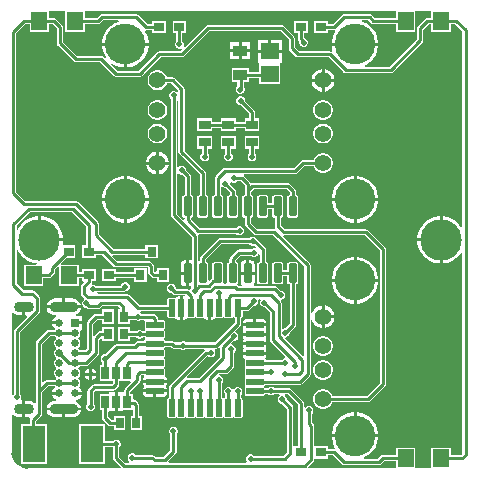
<source format=gtl>
G04*
G04 #@! TF.GenerationSoftware,Altium Limited,Altium Designer,21.0.9 (235)*
G04*
G04 Layer_Physical_Order=1*
G04 Layer_Color=255*
%FSLAX25Y25*%
%MOIN*%
G70*
G04*
G04 #@! TF.SameCoordinates,DF5498ED-4C10-4E6D-B319-6E78A4A4F47C*
G04*
G04*
G04 #@! TF.FilePolarity,Positive*
G04*
G01*
G75*
%ADD13C,0.01000*%
%ADD15R,0.04749X0.03765*%
%ADD21R,0.03543X0.03150*%
%ADD25R,0.07700X0.12400*%
%ADD31C,0.02559*%
%ADD32R,0.02559X0.02559*%
G04:AMPARAMS|DCode=33|XSize=35.43mil|YSize=94.49mil|CornerRadius=17.72mil|HoleSize=0mil|Usage=FLASHONLY|Rotation=270.000|XOffset=0mil|YOffset=0mil|HoleType=Round|Shape=RoundedRectangle|*
%AMROUNDEDRECTD33*
21,1,0.03543,0.05906,0,0,270.0*
21,1,0.00000,0.09449,0,0,270.0*
1,1,0.03543,-0.02953,0.00000*
1,1,0.03543,-0.02953,0.00000*
1,1,0.03543,0.02953,0.00000*
1,1,0.03543,0.02953,0.00000*
%
%ADD33ROUNDEDRECTD33*%
G04:AMPARAMS|DCode=34|XSize=35.43mil|YSize=66.93mil|CornerRadius=17.72mil|HoleSize=0mil|Usage=FLASHONLY|Rotation=270.000|XOffset=0mil|YOffset=0mil|HoleType=Round|Shape=RoundedRectangle|*
%AMROUNDEDRECTD34*
21,1,0.03543,0.03150,0,0,270.0*
21,1,0.00000,0.06693,0,0,270.0*
1,1,0.03543,-0.01575,0.00000*
1,1,0.03543,-0.01575,0.00000*
1,1,0.03543,0.01575,0.00000*
1,1,0.03543,0.01575,0.00000*
%
%ADD34ROUNDEDRECTD34*%
%ADD36R,0.05906X0.05512*%
%ADD37R,0.02559X0.04331*%
%ADD38R,0.02756X0.03543*%
%ADD39R,0.03937X0.03150*%
%ADD40R,0.03150X0.03543*%
%ADD41R,0.05512X0.05906*%
G04:AMPARAMS|DCode=42|XSize=25.59mil|YSize=64.96mil|CornerRadius=1.92mil|HoleSize=0mil|Usage=FLASHONLY|Rotation=180.000|XOffset=0mil|YOffset=0mil|HoleType=Round|Shape=RoundedRectangle|*
%AMROUNDEDRECTD42*
21,1,0.02559,0.06112,0,0,180.0*
21,1,0.02175,0.06496,0,0,180.0*
1,1,0.00384,-0.01088,0.03056*
1,1,0.00384,0.01088,0.03056*
1,1,0.00384,0.01088,-0.03056*
1,1,0.00384,-0.01088,-0.03056*
%
%ADD42ROUNDEDRECTD42*%
%ADD43R,0.03150X0.03740*%
G04:AMPARAMS|DCode=44|XSize=21.65mil|YSize=57.09mil|CornerRadius=1.95mil|HoleSize=0mil|Usage=FLASHONLY|Rotation=0.000|XOffset=0mil|YOffset=0mil|HoleType=Round|Shape=RoundedRectangle|*
%AMROUNDEDRECTD44*
21,1,0.02165,0.05319,0,0,0.0*
21,1,0.01776,0.05709,0,0,0.0*
1,1,0.00390,0.00888,-0.02659*
1,1,0.00390,-0.00888,-0.02659*
1,1,0.00390,-0.00888,0.02659*
1,1,0.00390,0.00888,0.02659*
%
%ADD44ROUNDEDRECTD44*%
G04:AMPARAMS|DCode=45|XSize=21.65mil|YSize=57.09mil|CornerRadius=1.95mil|HoleSize=0mil|Usage=FLASHONLY|Rotation=90.000|XOffset=0mil|YOffset=0mil|HoleType=Round|Shape=RoundedRectangle|*
%AMROUNDEDRECTD45*
21,1,0.02165,0.05319,0,0,90.0*
21,1,0.01776,0.05709,0,0,90.0*
1,1,0.00390,0.02659,0.00888*
1,1,0.00390,0.02659,-0.00888*
1,1,0.00390,-0.02659,-0.00888*
1,1,0.00390,-0.02659,0.00888*
%
%ADD45ROUNDEDRECTD45*%
%ADD46C,0.13780*%
%ADD47C,0.05591*%
%ADD48C,0.13583*%
%ADD49C,0.01968*%
G36*
X142413Y152693D02*
X141142D01*
X140752Y152615D01*
X140421Y152394D01*
X137960Y149934D01*
X137739Y149603D01*
X137662Y149213D01*
Y145599D01*
X128416Y136354D01*
X120273D01*
X120173Y136854D01*
X120698Y137072D01*
X121975Y137925D01*
X123060Y139010D01*
X123913Y140286D01*
X124500Y141704D01*
X124799Y143209D01*
Y143476D01*
X117008D01*
X109216D01*
Y143209D01*
X109497Y141797D01*
X109305Y141601D01*
X109066Y141484D01*
X109052Y141493D01*
X108661Y141571D01*
X98454D01*
X96886Y143139D01*
Y146063D01*
X96808Y146453D01*
X96587Y146784D01*
X93339Y150032D01*
X93008Y150253D01*
X92618Y150331D01*
X68012D01*
X67622Y150253D01*
X67291Y150032D01*
X60228Y142969D01*
X59804Y143252D01*
X59949Y143602D01*
Y144193D01*
X59723Y144738D01*
X59484Y144977D01*
Y147531D01*
X60736D01*
Y151681D01*
X56193D01*
Y147531D01*
X57445D01*
Y144977D01*
X57206Y144738D01*
X56980Y144193D01*
Y143602D01*
X57206Y143057D01*
X57624Y142639D01*
X58169Y142413D01*
X58760D01*
X59110Y142559D01*
X59394Y142135D01*
X58830Y141571D01*
X51772D01*
X51381Y141493D01*
X51051Y141272D01*
X44952Y135173D01*
X37725D01*
X35716Y137183D01*
X36035Y137571D01*
X36782Y137072D01*
X38200Y136485D01*
X39705Y136185D01*
X39972D01*
Y143476D01*
X32681D01*
Y143209D01*
X32980Y141704D01*
X33568Y140286D01*
X34067Y139539D01*
X33679Y139220D01*
X33201Y139697D01*
X32871Y139918D01*
X32480Y139996D01*
X24340D01*
X19720Y144615D01*
Y149606D01*
X19643Y149996D01*
X19422Y150327D01*
X17453Y152296D01*
X17122Y152517D01*
X16732Y152594D01*
X15067D01*
Y154963D01*
X20366D01*
Y148122D01*
X26878D01*
Y150555D01*
X31299D01*
X31689Y150633D01*
X32020Y150854D01*
X33099Y151933D01*
X38064D01*
X38200Y151468D01*
X36782Y150881D01*
X35506Y150028D01*
X34420Y148943D01*
X33568Y147667D01*
X32980Y146249D01*
X32681Y144744D01*
Y144476D01*
X40472D01*
X48264D01*
Y144744D01*
X47964Y146249D01*
X47377Y147667D01*
X47051Y148154D01*
X47352Y148604D01*
X47441Y148587D01*
X49500D01*
Y147531D01*
X54043D01*
Y151681D01*
X49500D01*
Y150626D01*
X47863D01*
X44815Y153674D01*
X44485Y153895D01*
X44094Y153972D01*
X32677D01*
X32287Y153895D01*
X31956Y153674D01*
X30877Y152594D01*
X26878D01*
Y154963D01*
X130602D01*
Y152693D01*
X123552D01*
X122571Y153674D01*
X122241Y153895D01*
X121850Y153972D01*
X113484D01*
X113094Y153895D01*
X112763Y153674D01*
X109715Y150626D01*
X107980D01*
Y151681D01*
X103437D01*
Y147531D01*
X107980D01*
Y148587D01*
X110117D01*
X110170Y148533D01*
X110414Y148132D01*
X110103Y147667D01*
X109516Y146249D01*
X109216Y144744D01*
Y144476D01*
X117008D01*
X124799D01*
Y144744D01*
X124500Y146249D01*
X123913Y147667D01*
X123060Y148943D01*
X121975Y150028D01*
X120698Y150881D01*
X119281Y151468D01*
X119416Y151933D01*
X121428D01*
X122409Y150952D01*
X122740Y150731D01*
X123130Y150654D01*
X130602D01*
Y148122D01*
X137114D01*
Y154963D01*
X142413D01*
Y152693D01*
D02*
G37*
G36*
Y148122D02*
X148925D01*
Y150555D01*
X150365D01*
X152819Y148101D01*
Y142323D01*
Y83141D01*
X152319Y82989D01*
X151798Y83770D01*
X150699Y84869D01*
X149407Y85732D01*
X147971Y86327D01*
X146446Y86630D01*
X146169D01*
Y78740D01*
Y70850D01*
X146446D01*
X147971Y71154D01*
X149407Y71748D01*
X150699Y72612D01*
X151798Y73711D01*
X152319Y74491D01*
X152819Y74339D01*
Y7411D01*
X152334Y6925D01*
X148925D01*
Y9358D01*
X142413D01*
Y2517D01*
X137114D01*
Y9358D01*
X130602D01*
Y6925D01*
X126181D01*
X125791Y6848D01*
X125460Y6627D01*
X124578Y5744D01*
X119940D01*
X119841Y6244D01*
X120698Y6599D01*
X121975Y7452D01*
X123060Y8537D01*
X123913Y9813D01*
X124500Y11231D01*
X124799Y12737D01*
Y13004D01*
X117008D01*
X109216D01*
Y12737D01*
X109516Y11231D01*
X110103Y9813D01*
X110414Y9348D01*
X110170Y8947D01*
X110117Y8894D01*
X107980D01*
Y9949D01*
X103480D01*
Y16535D01*
X103403Y16926D01*
X103182Y17256D01*
X102693Y17745D01*
Y20771D01*
X102931Y21010D01*
X103157Y21555D01*
Y22146D01*
X102931Y22691D01*
X102514Y23109D01*
X101969Y23335D01*
X101378D01*
X100832Y23109D01*
X100535Y22812D01*
X100035Y22982D01*
Y24311D01*
X99958Y24701D01*
X99737Y25032D01*
X95701Y29067D01*
X95371Y29288D01*
X94980Y29366D01*
X90154D01*
X89916Y29605D01*
X89370Y29831D01*
X88780D01*
X88234Y29605D01*
X87995Y29366D01*
X86905D01*
X86877Y29505D01*
X86723Y29735D01*
Y30052D01*
X87039Y30476D01*
X98721D01*
X99111Y30554D01*
X99441Y30775D01*
X101902Y33236D01*
X102123Y33566D01*
X102201Y33957D01*
Y51997D01*
X102701Y52063D01*
X102802Y51685D01*
X103302Y50819D01*
X104008Y50113D01*
X104874Y49613D01*
X105839Y49354D01*
Y53150D01*
Y56945D01*
X104874Y56686D01*
X104008Y56187D01*
X103302Y55480D01*
X102802Y54615D01*
X102701Y54237D01*
X102201Y54302D01*
Y70177D01*
X102123Y70567D01*
X101902Y70898D01*
X93109Y79691D01*
X93151Y79899D01*
X93326Y80181D01*
X120345D01*
X125358Y75168D01*
Y31033D01*
X120936Y26610D01*
X109477D01*
X109409Y26862D01*
X108976Y27614D01*
X108362Y28227D01*
X107610Y28661D01*
X106772Y28886D01*
X105905D01*
X105067Y28661D01*
X104315Y28227D01*
X103702Y27614D01*
X103268Y26862D01*
X103043Y26024D01*
Y25157D01*
X103268Y24319D01*
X103702Y23567D01*
X104315Y22954D01*
X105067Y22520D01*
X105905Y22295D01*
X106772D01*
X107610Y22520D01*
X108362Y22954D01*
X108976Y23567D01*
X109409Y24319D01*
X109477Y24571D01*
X121358D01*
X121748Y24649D01*
X122079Y24870D01*
X127099Y29889D01*
X127320Y30220D01*
X127398Y30610D01*
Y75590D01*
X127320Y75981D01*
X127099Y76311D01*
X121489Y81922D01*
X121158Y82143D01*
X120768Y82220D01*
X93631D01*
X92260Y83592D01*
Y86101D01*
X92328D01*
X92598Y86154D01*
X92827Y86307D01*
X92980Y86536D01*
X93033Y86806D01*
Y92918D01*
X92980Y93188D01*
X92827Y93417D01*
X92598Y93570D01*
X92328Y93624D01*
X90153D01*
X89883Y93570D01*
X89654Y93417D01*
X89501Y93188D01*
X89447Y92918D01*
Y90882D01*
X88033D01*
Y92918D01*
X87980Y93188D01*
X87827Y93417D01*
X87598Y93570D01*
X87328Y93624D01*
X85153D01*
X84883Y93570D01*
X84654Y93417D01*
X84501Y93188D01*
X84447Y92918D01*
Y86806D01*
X84501Y86536D01*
X84654Y86307D01*
X84883Y86154D01*
X85153Y86101D01*
X87328D01*
X87598Y86154D01*
X87827Y86307D01*
X87980Y86536D01*
X88033Y86806D01*
Y88843D01*
X89447D01*
Y86806D01*
X89501Y86536D01*
X89654Y86307D01*
X89883Y86154D01*
X90153Y86101D01*
X90221D01*
Y83169D01*
X90298Y82779D01*
X90357Y82690D01*
X90246Y82428D01*
X90070Y82220D01*
X84379D01*
X82260Y84340D01*
Y86101D01*
X82328D01*
X82598Y86154D01*
X82827Y86307D01*
X82980Y86536D01*
X83033Y86806D01*
Y92918D01*
X82980Y93188D01*
X82827Y93417D01*
X82598Y93570D01*
X82328Y93624D01*
X82260D01*
Y94794D01*
X83198Y95732D01*
X94164D01*
X95221Y94676D01*
Y93624D01*
X95153D01*
X94883Y93570D01*
X94654Y93417D01*
X94501Y93188D01*
X94447Y92918D01*
Y86806D01*
X94501Y86536D01*
X94654Y86307D01*
X94883Y86154D01*
X95153Y86101D01*
X97328D01*
X97598Y86154D01*
X97827Y86307D01*
X97979Y86536D01*
X98033Y86806D01*
Y92918D01*
X97979Y93188D01*
X97827Y93417D01*
X97598Y93570D01*
X97328Y93624D01*
X97260D01*
Y95098D01*
X97182Y95489D01*
X96961Y95819D01*
X95308Y97473D01*
X94977Y97694D01*
X94587Y97772D01*
X82776D01*
X82677Y97752D01*
X82370Y97706D01*
X81961Y98008D01*
X79937Y100032D01*
X79903Y100055D01*
X80054Y100555D01*
X96949D01*
X97339Y100633D01*
X97670Y100854D01*
X100127Y103311D01*
X103200D01*
X103268Y103059D01*
X103702Y102307D01*
X104315Y101694D01*
X105067Y101260D01*
X105905Y101035D01*
X106772D01*
X107610Y101260D01*
X108362Y101694D01*
X108976Y102307D01*
X109409Y103059D01*
X109634Y103897D01*
Y104764D01*
X109409Y105603D01*
X108976Y106354D01*
X108362Y106968D01*
X107610Y107401D01*
X106772Y107626D01*
X105905D01*
X105067Y107401D01*
X104315Y106968D01*
X103702Y106354D01*
X103268Y105603D01*
X103200Y105350D01*
X99705D01*
X99314Y105273D01*
X98984Y105052D01*
X96526Y102594D01*
X73524D01*
X73133Y102517D01*
X72803Y102296D01*
X70519Y100012D01*
X70298Y99682D01*
X70221Y99291D01*
Y93624D01*
X70153D01*
X69883Y93570D01*
X69654Y93417D01*
X69501Y93188D01*
X69447Y92918D01*
Y86806D01*
X69501Y86536D01*
X69654Y86307D01*
X69883Y86154D01*
X70153Y86101D01*
X72328D01*
X72598Y86154D01*
X72827Y86307D01*
X72979Y86536D01*
X73033Y86806D01*
Y92918D01*
X72979Y93188D01*
X72827Y93417D01*
X72598Y93570D01*
X72328Y93624D01*
X72260D01*
Y96194D01*
X72760Y96401D01*
X72978Y96183D01*
X73524Y95957D01*
X73861D01*
X75221Y94597D01*
Y93624D01*
X75153D01*
X74883Y93570D01*
X74654Y93417D01*
X74501Y93188D01*
X74447Y92918D01*
Y86806D01*
X74501Y86536D01*
X74654Y86307D01*
X74883Y86154D01*
X75153Y86101D01*
X77328D01*
X77598Y86154D01*
X77827Y86307D01*
X77979Y86536D01*
X78033Y86806D01*
Y92918D01*
X77979Y93188D01*
X77827Y93417D01*
X77598Y93570D01*
X77328Y93624D01*
X77260D01*
Y95020D01*
X77182Y95410D01*
X76961Y95741D01*
X75352Y97350D01*
X75366Y97714D01*
X75516Y97851D01*
X75808Y98022D01*
X76280Y97827D01*
X76870D01*
X77416Y98053D01*
X77654Y98291D01*
X78794D01*
X80221Y96865D01*
Y93624D01*
X80153D01*
X79883Y93570D01*
X79654Y93417D01*
X79501Y93188D01*
X79447Y92918D01*
Y86806D01*
X79501Y86536D01*
X79654Y86307D01*
X79883Y86154D01*
X80153Y86101D01*
X80221D01*
Y83917D01*
X80298Y83527D01*
X80519Y83196D01*
X83236Y80480D01*
X83566Y80259D01*
X83957Y80181D01*
X89735D01*
X100162Y69755D01*
Y40078D01*
X99661Y39871D01*
X93682Y45850D01*
X93889Y46350D01*
X93996D01*
X94542Y46576D01*
X94959Y46994D01*
X95185Y47539D01*
Y47877D01*
X96961Y49653D01*
X97182Y49984D01*
X97260Y50374D01*
Y63857D01*
X97328D01*
X97598Y63910D01*
X97827Y64063D01*
X97979Y64292D01*
X98033Y64562D01*
Y70674D01*
X97979Y70944D01*
X97827Y71173D01*
X97598Y71326D01*
X97328Y71380D01*
X95153D01*
X94883Y71326D01*
X94654Y71173D01*
X94501Y70944D01*
X94447Y70674D01*
Y68638D01*
X93033D01*
Y70674D01*
X92980Y70944D01*
X92827Y71173D01*
X92598Y71326D01*
X92328Y71380D01*
X90153D01*
X89883Y71326D01*
X89654Y71173D01*
X89501Y70944D01*
X89447Y70674D01*
Y64562D01*
X89501Y64292D01*
X89654Y64063D01*
X89883Y63910D01*
X90153Y63857D01*
X92328D01*
X92598Y63910D01*
X92827Y64063D01*
X92980Y64292D01*
X93033Y64562D01*
Y66598D01*
X94447D01*
Y64562D01*
X94501Y64292D01*
X94654Y64063D01*
X94883Y63910D01*
X95153Y63857D01*
X95221D01*
Y50796D01*
X93743Y49319D01*
X93406D01*
X93055Y49174D01*
X92555Y49441D01*
Y57677D01*
X92477Y58067D01*
X92288Y58350D01*
X92334Y58535D01*
X92511Y58850D01*
X92618D01*
X93164Y59076D01*
X93581Y59494D01*
X93807Y60039D01*
Y60630D01*
X93581Y61175D01*
X93164Y61593D01*
X92618Y61819D01*
X92281D01*
X91124Y62975D01*
X90794Y63196D01*
X90403Y63274D01*
X83445D01*
X83315Y63490D01*
X83234Y63774D01*
X83451Y64097D01*
X83543Y64562D01*
Y67118D01*
X81240D01*
X78937D01*
Y64562D01*
X79030Y64097D01*
X79246Y63774D01*
X79165Y63490D01*
X79036Y63274D01*
X78129D01*
X77895Y63507D01*
X77827Y64063D01*
X77979Y64292D01*
X78033Y64562D01*
Y70674D01*
X77979Y70944D01*
X77827Y71173D01*
X77598Y71326D01*
X77328Y71380D01*
X77201D01*
Y71944D01*
X78745Y73488D01*
X82287D01*
X82525Y73250D01*
X83071Y73024D01*
X83661D01*
X84207Y73250D01*
X84624Y73667D01*
X84721Y73899D01*
X85221Y73800D01*
Y71380D01*
X85153D01*
X84883Y71326D01*
X84654Y71173D01*
X84501Y70944D01*
X84447Y70674D01*
Y64562D01*
X84501Y64292D01*
X84654Y64063D01*
X84883Y63910D01*
X85153Y63857D01*
X87328D01*
X87598Y63910D01*
X87827Y64063D01*
X87980Y64292D01*
X88033Y64562D01*
Y70674D01*
X87980Y70944D01*
X87827Y71173D01*
X87598Y71326D01*
X87328Y71380D01*
X87260D01*
Y75571D01*
X87182Y75961D01*
X86961Y76292D01*
X84133Y79120D01*
X84117Y79160D01*
X83699Y79577D01*
X83153Y79803D01*
X82563D01*
X82017Y79577D01*
X81905Y79465D01*
X71949D01*
X71559Y79387D01*
X71228Y79166D01*
X65519Y73457D01*
X65298Y73126D01*
X65221Y72736D01*
Y71889D01*
X65102Y71825D01*
X64602Y72122D01*
Y80020D01*
X64566Y80203D01*
X64625Y80343D01*
X64860Y80621D01*
X64943Y80673D01*
X77464D01*
X77702Y80435D01*
X78248Y80209D01*
X78838D01*
X79384Y80435D01*
X79802Y80852D01*
X80028Y81398D01*
Y81988D01*
X79802Y82534D01*
X79384Y82951D01*
X78838Y83177D01*
X78248D01*
X77702Y82951D01*
X77464Y82713D01*
X65186D01*
X62298Y85601D01*
X62328Y86101D01*
X62598Y86154D01*
X62827Y86307D01*
X62980Y86536D01*
X63033Y86806D01*
Y92918D01*
X62980Y93188D01*
X62827Y93417D01*
X62598Y93570D01*
X62328Y93624D01*
X62260D01*
Y99980D01*
X62182Y100371D01*
X61961Y100701D01*
X60736Y101926D01*
Y102264D01*
X60510Y102809D01*
X60093Y103227D01*
X59547Y103453D01*
X58957D01*
X58411Y103227D01*
X58114Y102930D01*
X57614Y103100D01*
Y125277D01*
X57634Y125291D01*
X58134Y125023D01*
Y108071D01*
X58212Y107681D01*
X58433Y107350D01*
X65221Y100562D01*
Y93624D01*
X65153D01*
X64883Y93570D01*
X64654Y93417D01*
X64501Y93188D01*
X64447Y92918D01*
Y86806D01*
X64501Y86536D01*
X64654Y86307D01*
X64883Y86154D01*
X65153Y86101D01*
X67328D01*
X67598Y86154D01*
X67827Y86307D01*
X67980Y86536D01*
X68033Y86806D01*
Y92918D01*
X67980Y93188D01*
X67827Y93417D01*
X67598Y93570D01*
X67328Y93624D01*
X67260D01*
Y100984D01*
X67182Y101374D01*
X66961Y101705D01*
X60173Y108493D01*
Y128937D01*
X60096Y129327D01*
X59874Y129658D01*
X56922Y132611D01*
X56591Y132832D01*
X56201Y132909D01*
X54280D01*
X54212Y133162D01*
X53779Y133913D01*
X53165Y134527D01*
X52414Y134960D01*
X51576Y135185D01*
X50708D01*
X49870Y134960D01*
X49118Y134527D01*
X48505Y133913D01*
X48071Y133162D01*
X47846Y132324D01*
Y131456D01*
X48071Y130618D01*
X48505Y129866D01*
X49118Y129253D01*
X49870Y128819D01*
X50708Y128595D01*
X51576D01*
X52414Y128819D01*
X53165Y129253D01*
X53779Y129866D01*
X54212Y130618D01*
X54280Y130870D01*
X55778D01*
X58050Y128599D01*
X58006Y128238D01*
X57514Y128049D01*
X57435Y128128D01*
X56890Y128354D01*
X56299D01*
X55754Y128128D01*
X55336Y127711D01*
X55110Y127165D01*
Y126575D01*
X55336Y126029D01*
X55575Y125791D01*
Y87008D01*
X55652Y86618D01*
X55874Y86287D01*
X62563Y79597D01*
Y72083D01*
X62328Y71890D01*
X61740D01*
Y67618D01*
Y63347D01*
X62328D01*
X62371Y63311D01*
X62395Y62722D01*
X62324Y62652D01*
X62182Y62309D01*
X61682Y62150D01*
X61619Y62156D01*
X61315Y62359D01*
X60925Y62437D01*
X57312D01*
X57193Y62556D01*
Y62894D01*
X56967Y63439D01*
X56549Y63857D01*
X56004Y64083D01*
X55413D01*
X54868Y63857D01*
X54450Y63439D01*
X54224Y62894D01*
Y62303D01*
X54450Y61758D01*
X54868Y61340D01*
X55413Y61114D01*
X55751D01*
X56169Y60696D01*
X56500Y60475D01*
X56890Y60398D01*
X60246D01*
X60282Y60324D01*
X59943Y59882D01*
X59943Y59882D01*
X59555D01*
Y56004D01*
Y52126D01*
X59943D01*
X60409Y52219D01*
X60804Y52483D01*
X60975Y52738D01*
X61046Y52690D01*
X61317Y52636D01*
X63092D01*
X63364Y52690D01*
X63594Y52843D01*
X63966D01*
X64195Y52690D01*
X64467Y52636D01*
X66242D01*
X66513Y52690D01*
X66585Y52738D01*
X66755Y52483D01*
X67150Y52219D01*
X67616Y52126D01*
X68004D01*
Y56004D01*
X69004D01*
Y52126D01*
X69392D01*
X69858Y52219D01*
X70253Y52483D01*
X70423Y52738D01*
X70495Y52690D01*
X70766Y52636D01*
X72541D01*
X72812Y52690D01*
X73042Y52843D01*
X73414D01*
X73644Y52690D01*
X73915Y52636D01*
X75691D01*
X75962Y52690D01*
X76192Y52843D01*
X76508D01*
X76933Y52528D01*
Y51210D01*
X70237Y44514D01*
X60814D01*
X60575Y44752D01*
X60030Y44978D01*
X59439D01*
X58894Y44752D01*
X58655Y44514D01*
X57027D01*
X56725Y44815D01*
X56394Y45037D01*
X56004Y45114D01*
X53637D01*
X53609Y45253D01*
X53456Y45483D01*
Y45855D01*
X53609Y46085D01*
X53663Y46356D01*
Y48132D01*
X53609Y48403D01*
X53456Y48633D01*
Y49005D01*
X53609Y49235D01*
X53663Y49506D01*
Y51281D01*
X53609Y51553D01*
X53456Y51783D01*
X53226Y51936D01*
X52955Y51990D01*
X51315D01*
Y52461D01*
X51237Y52851D01*
X51016Y53182D01*
X50327Y53871D01*
X49997Y54092D01*
X49606Y54169D01*
X45912D01*
X45673Y54408D01*
X45489Y54484D01*
X45588Y54984D01*
X54309D01*
Y53345D01*
X54363Y53073D01*
X54517Y52843D01*
X54747Y52690D01*
X55018Y52636D01*
X56793D01*
X57064Y52690D01*
X57136Y52738D01*
X57306Y52483D01*
X57701Y52219D01*
X58167Y52126D01*
X58555D01*
Y56004D01*
Y59882D01*
X58167D01*
X57701Y59789D01*
X57306Y59525D01*
X57136Y59270D01*
X57064Y59318D01*
X56793Y59372D01*
X55018D01*
X54747Y59318D01*
X54517Y59164D01*
X54363Y58934D01*
X54309Y58663D01*
Y57024D01*
X45206D01*
X41764Y60465D01*
X41434Y60686D01*
X41043Y60764D01*
X31350D01*
X31082Y61264D01*
X31095Y61284D01*
X39567D01*
X39957Y61361D01*
X40288Y61582D01*
X40312Y61606D01*
X40650D01*
X41195Y61832D01*
X41613Y62250D01*
X41839Y62795D01*
Y63386D01*
X41613Y63931D01*
X41195Y64349D01*
X40650Y64575D01*
X40059D01*
X39514Y64349D01*
X39096Y63931D01*
X38870Y63386D01*
Y63323D01*
X30582D01*
X30344Y63561D01*
X29798Y63787D01*
X29465D01*
X29190Y64275D01*
X29268Y64665D01*
Y64854D01*
X30520D01*
Y69004D01*
X25976D01*
Y67949D01*
X24909D01*
Y70382D01*
X19086D01*
X18879Y70882D01*
X20725Y72728D01*
X23827D01*
Y76878D01*
X19879D01*
X19562Y77264D01*
X19701Y77963D01*
Y78240D01*
X11811D01*
Y78740D01*
X11311D01*
Y86630D01*
X11034D01*
X9510Y86327D01*
X8074Y85732D01*
X6782Y84869D01*
X5683Y83770D01*
X4819Y82477D01*
X4669Y82115D01*
X4169Y82215D01*
Y83436D01*
X8592Y87858D01*
X22708D01*
X27228Y83337D01*
Y76878D01*
X25976D01*
Y72728D01*
X30520D01*
Y73784D01*
X32747D01*
X36484Y70047D01*
X36814Y69826D01*
X37205Y69748D01*
X47904D01*
X48095Y69558D01*
Y67815D01*
X48172Y67425D01*
X48393Y67094D01*
X49279Y66208D01*
X49610Y65987D01*
X50000Y65910D01*
X50878D01*
Y64657D01*
X55028D01*
Y69201D01*
X50878D01*
Y68383D01*
X50378Y68163D01*
X50134Y68386D01*
Y69980D01*
X50056Y70371D01*
X49835Y70701D01*
X49048Y71489D01*
X48717Y71710D01*
X48327Y71787D01*
X37627D01*
X36131Y73284D01*
X36338Y73784D01*
X47138D01*
Y72531D01*
X51287D01*
Y77075D01*
X47138D01*
Y75823D01*
X36446D01*
X31531Y80737D01*
Y84153D01*
X31454Y84544D01*
X31233Y84874D01*
X24835Y91272D01*
X24504Y91493D01*
X24114Y91571D01*
X7017D01*
X3988Y94599D01*
Y147527D01*
X7017Y150555D01*
X8555D01*
Y148122D01*
X15067D01*
Y150555D01*
X16310D01*
X17681Y149184D01*
Y144193D01*
X17759Y143803D01*
X17980Y143472D01*
X23196Y138255D01*
X23527Y138034D01*
X23917Y137957D01*
X32058D01*
X36582Y133433D01*
X36913Y133212D01*
X37303Y133134D01*
X45374D01*
X45764Y133212D01*
X46095Y133433D01*
X52194Y139532D01*
X59252D01*
X59642Y139609D01*
X59973Y139830D01*
X68434Y148291D01*
X92196D01*
X94847Y145641D01*
Y142717D01*
X94924Y142326D01*
X95145Y141996D01*
X97311Y139830D01*
X97641Y139609D01*
X98032Y139532D01*
X108239D01*
X113157Y134614D01*
X113488Y134393D01*
X113878Y134315D01*
X128839D01*
X129229Y134393D01*
X129560Y134614D01*
X139402Y144456D01*
X139623Y144787D01*
X139701Y145177D01*
Y148790D01*
X141564Y150654D01*
X142413D01*
Y148122D01*
D02*
G37*
G36*
X58411Y100710D02*
X58957Y100484D01*
X59294D01*
X60221Y99558D01*
Y93624D01*
X60153D01*
X59883Y93570D01*
X59654Y93417D01*
X59501Y93188D01*
X59447Y92918D01*
Y86806D01*
X59501Y86536D01*
X59654Y86307D01*
X59883Y86154D01*
X60153Y86101D01*
X60221D01*
Y85531D01*
X59721Y85324D01*
X57614Y87430D01*
Y100837D01*
X58114Y101007D01*
X58411Y100710D01*
D02*
G37*
G36*
X82017Y77061D02*
X82563Y76835D01*
X83153D01*
X83423Y76946D01*
X83959Y76410D01*
X83676Y75986D01*
X83661Y75992D01*
X83071D01*
X82525Y75766D01*
X82287Y75528D01*
X78323D01*
X77933Y75450D01*
X77602Y75229D01*
X75460Y73087D01*
X75239Y72756D01*
X75161Y72366D01*
Y71380D01*
X75153D01*
X74883Y71326D01*
X74654Y71173D01*
X74501Y70944D01*
X74447Y70674D01*
Y64562D01*
X74067Y64110D01*
X73414D01*
X73033Y64562D01*
Y70674D01*
X72979Y70944D01*
X72827Y71173D01*
X72598Y71326D01*
X72328Y71380D01*
X70153D01*
X69883Y71326D01*
X69654Y71173D01*
X69501Y70944D01*
X69447Y70674D01*
Y65821D01*
X69401Y65812D01*
X69070Y65591D01*
X68533Y65054D01*
X68033Y65261D01*
Y70674D01*
X67980Y70944D01*
X67827Y71173D01*
X67598Y71326D01*
X67328Y71380D01*
X67260D01*
Y72314D01*
X72371Y77425D01*
X81653D01*
X82017Y77061D01*
D02*
G37*
G36*
X4819Y75003D02*
X5683Y73711D01*
X6782Y72612D01*
X8074Y71748D01*
X9510Y71154D01*
X10876Y70882D01*
X10826Y70382D01*
X6587D01*
Y63476D01*
X13098D01*
Y66008D01*
X14862D01*
X15252Y66086D01*
X15583Y66307D01*
X16764Y67488D01*
X16985Y67818D01*
X17063Y68209D01*
Y69066D01*
X17898Y69901D01*
X18398Y69693D01*
Y63476D01*
X24909D01*
Y65909D01*
X25976D01*
Y64854D01*
X26342D01*
X26533Y64392D01*
X26051Y63910D01*
X25830Y63579D01*
X25752Y63189D01*
Y60827D01*
X25830Y60437D01*
X26051Y60106D01*
X26796Y59360D01*
X26699Y58870D01*
X26620Y58837D01*
X26202Y58420D01*
X25976Y57874D01*
Y57284D01*
X25514Y57123D01*
X25236Y57795D01*
X24792Y58374D01*
X24213Y58819D01*
X23539Y59098D01*
X22815Y59193D01*
X20362D01*
Y56898D01*
X25545D01*
X25515Y57121D01*
X25977Y57282D01*
X26202Y56738D01*
X26620Y56321D01*
X27165Y56094D01*
X27503D01*
X27626Y55972D01*
X27956Y55751D01*
X28346Y55673D01*
X31429D01*
X31819Y55751D01*
X32150Y55972D01*
X32836Y56658D01*
X38062D01*
X38547Y56172D01*
Y55520D01*
X37984D01*
Y50779D01*
X42134D01*
Y52130D01*
X43753D01*
X43992Y51891D01*
X44537Y51665D01*
X45128D01*
X45673Y51891D01*
X45912Y52130D01*
X46812D01*
X46833Y52106D01*
X47033Y51630D01*
X46981Y51553D01*
X46927Y51281D01*
Y49506D01*
X46981Y49235D01*
X47135Y49005D01*
Y48689D01*
X46819Y48264D01*
X46257D01*
X46018Y48502D01*
X45472Y48728D01*
X44882D01*
X44336Y48502D01*
X44098Y48264D01*
X42134D01*
Y49614D01*
X37984D01*
Y44874D01*
X42134D01*
Y46224D01*
X44098D01*
X44336Y45986D01*
X44882Y45760D01*
X45472D01*
X46018Y45986D01*
X46257Y46224D01*
X46954D01*
X46981Y46085D01*
X47135Y45855D01*
Y45539D01*
X46819Y45114D01*
X44685D01*
X44295Y45037D01*
X43964Y44815D01*
X43279Y44130D01*
X37697D01*
X37307Y44052D01*
X36976Y43831D01*
X33704Y40559D01*
X33366D01*
X32821Y40333D01*
X32403Y39916D01*
X32177Y39370D01*
Y38780D01*
X32403Y38234D01*
X32642Y37995D01*
Y36917D01*
X31882D01*
Y31587D01*
X35441D01*
Y31587D01*
X35622D01*
Y31587D01*
X36284D01*
Y30934D01*
X35897Y30547D01*
X30020D01*
X29629Y30470D01*
X29299Y30248D01*
X28118Y29067D01*
X27897Y28737D01*
X27819Y28346D01*
Y24111D01*
X27580Y23872D01*
X27354Y23327D01*
Y22736D01*
X27580Y22191D01*
X27998Y21773D01*
X28543Y21547D01*
X29134D01*
X29679Y21773D01*
X30097Y22191D01*
X30323Y22736D01*
Y23327D01*
X30097Y23872D01*
X29858Y24111D01*
Y27924D01*
X30442Y28508D01*
X36319D01*
X36709Y28586D01*
X37040Y28807D01*
X38024Y29791D01*
X38245Y30122D01*
X38323Y30512D01*
Y31587D01*
X39181D01*
Y31587D01*
X39362D01*
Y31587D01*
X42090D01*
X42281Y31125D01*
X40421Y29264D01*
X40200Y28934D01*
X40122Y28543D01*
Y28111D01*
X39681Y27968D01*
Y27968D01*
X37902D01*
Y24803D01*
Y21638D01*
X39681D01*
Y22138D01*
X42921D01*
X43075Y21701D01*
Y19988D01*
X42217D01*
Y15445D01*
X45972D01*
Y19988D01*
X45114D01*
Y23720D01*
X45037Y24111D01*
X44815Y24441D01*
X44028Y25229D01*
X43697Y25450D01*
X43307Y25528D01*
X42921D01*
Y27468D01*
X42161D01*
Y28121D01*
X45209Y31169D01*
X45430Y31500D01*
X45508Y31890D01*
Y33338D01*
X45796Y33626D01*
X46473D01*
X46546Y33533D01*
X46695Y33126D01*
X46510Y32850D01*
X46417Y32384D01*
Y31996D01*
X50295D01*
X54173D01*
Y32384D01*
X54080Y32850D01*
X53816Y33245D01*
X53562Y33415D01*
X53609Y33487D01*
X53663Y33758D01*
Y35533D01*
X53609Y35805D01*
X53456Y36034D01*
Y36406D01*
X53609Y36636D01*
X53663Y36908D01*
Y38683D01*
X53609Y38954D01*
X53456Y39184D01*
Y39556D01*
X53609Y39786D01*
X53663Y40057D01*
Y41833D01*
X53609Y42104D01*
X53456Y42334D01*
Y42650D01*
X53772Y43075D01*
X55582D01*
X55883Y42773D01*
X56214Y42552D01*
X56604Y42474D01*
X58655D01*
X58894Y42236D01*
X59439Y42010D01*
X60030D01*
X60575Y42236D01*
X60814Y42474D01*
X66833D01*
X66926Y42018D01*
X66917Y41974D01*
X66602Y41764D01*
X55185Y30347D01*
X54963Y30016D01*
X54886Y29626D01*
Y26078D01*
X54747Y26050D01*
X54517Y25897D01*
X54363Y25667D01*
X54309Y25396D01*
Y20077D01*
X54363Y19806D01*
X54517Y19576D01*
X54747Y19422D01*
X55018Y19368D01*
X56793D01*
X57064Y19422D01*
X57294Y19576D01*
X57666D01*
X57896Y19422D01*
X58167Y19368D01*
X59943D01*
X60214Y19422D01*
X60444Y19576D01*
X60816D01*
X61046Y19422D01*
X61317Y19368D01*
X63092D01*
X63364Y19422D01*
X63594Y19576D01*
X63966D01*
X64195Y19422D01*
X64467Y19368D01*
X66242D01*
X66513Y19422D01*
X66743Y19576D01*
X67115D01*
X67345Y19422D01*
X67616Y19368D01*
X69392D01*
X69663Y19422D01*
X69893Y19576D01*
X70265D01*
X70495Y19422D01*
X70766Y19368D01*
X72541D01*
X72812Y19422D01*
X73042Y19576D01*
X73414D01*
X73644Y19422D01*
X73915Y19368D01*
X75691D01*
X75962Y19422D01*
X76192Y19576D01*
X76564D01*
X76794Y19422D01*
X77065Y19368D01*
X78841D01*
X79112Y19422D01*
X79342Y19576D01*
X79495Y19806D01*
X79549Y20077D01*
Y25396D01*
X79495Y25667D01*
X79342Y25897D01*
X79112Y26050D01*
X78972Y26078D01*
Y27169D01*
X79211Y27407D01*
X79437Y27953D01*
Y28543D01*
X79211Y29089D01*
X78794Y29506D01*
X78248Y29732D01*
X77658D01*
X77112Y29506D01*
X76695Y29089D01*
X76649Y28978D01*
X76107D01*
X76061Y29089D01*
X75644Y29506D01*
X75098Y29732D01*
X74508D01*
X73962Y29506D01*
X73545Y29089D01*
X73319Y28543D01*
Y27953D01*
X73545Y27407D01*
X73784Y27169D01*
Y26078D01*
X73644Y26050D01*
X73414Y25897D01*
X73098D01*
X72673Y26212D01*
Y30909D01*
X72912Y31147D01*
X73138Y31693D01*
Y32283D01*
X72912Y32829D01*
X72494Y33246D01*
X72060Y33426D01*
X71862Y33803D01*
X71817Y33972D01*
X71848Y34020D01*
X74016D01*
X74406Y34097D01*
X74737Y34318D01*
X76508Y36090D01*
X76729Y36421D01*
X76807Y36811D01*
Y41145D01*
X77046Y41384D01*
X77272Y41929D01*
Y42520D01*
X77046Y43065D01*
X76628Y43483D01*
X76083Y43709D01*
X75976D01*
X75769Y44209D01*
X76631Y45071D01*
X76968D01*
X77514Y45297D01*
X77931Y45714D01*
X78158Y46260D01*
Y46850D01*
X77931Y47396D01*
X77514Y47813D01*
X77241Y47927D01*
X77109Y48501D01*
X78674Y50066D01*
X78895Y50397D01*
X78972Y50787D01*
Y52662D01*
X79112Y52690D01*
X79342Y52843D01*
X79495Y53073D01*
X79549Y53345D01*
Y54984D01*
X81020D01*
X81410Y55062D01*
X81741Y55283D01*
X83225Y56768D01*
X83563D01*
X84109Y56994D01*
X84526Y57411D01*
X84752Y57957D01*
Y58547D01*
X84682Y58717D01*
X84984Y59169D01*
X85474Y59150D01*
X85653Y58717D01*
X85553Y58616D01*
X85327Y58071D01*
Y57480D01*
X85553Y56935D01*
X85970Y56517D01*
X86516Y56291D01*
X86853D01*
X88547Y54597D01*
Y45472D01*
X88625Y45082D01*
X88846Y44752D01*
X93818Y39779D01*
X93611Y39279D01*
X93406D01*
X92860Y39054D01*
X92621Y38815D01*
X87385D01*
X87312Y38908D01*
X87164Y39315D01*
X87348Y39591D01*
X87441Y40057D01*
Y40445D01*
X83563D01*
X79685D01*
Y40057D01*
X79778Y39591D01*
X80042Y39196D01*
X80297Y39026D01*
X80249Y38954D01*
X80195Y38683D01*
Y36908D01*
X80249Y36636D01*
X80403Y36406D01*
Y36034D01*
X80249Y35805D01*
X80195Y35533D01*
Y33758D01*
X80249Y33487D01*
X80403Y33257D01*
Y32885D01*
X80249Y32655D01*
X80195Y32384D01*
Y30608D01*
X80249Y30337D01*
X80403Y30107D01*
Y29735D01*
X80249Y29505D01*
X80195Y29234D01*
Y27459D01*
X80249Y27187D01*
X80403Y26958D01*
X80632Y26804D01*
X80904Y26750D01*
X86222D01*
X86494Y26804D01*
X86723Y26958D01*
X86877Y27187D01*
X86905Y27327D01*
X87995D01*
X88234Y27088D01*
X88780Y26862D01*
X89370D01*
X89916Y27088D01*
X90154Y27327D01*
X91723D01*
X91847Y26940D01*
X91854Y26827D01*
X91458Y26431D01*
X91232Y25886D01*
Y25295D01*
X91458Y24750D01*
X91876Y24332D01*
X92421Y24106D01*
X92759D01*
X94453Y22412D01*
Y8100D01*
X93082Y6728D01*
X83264D01*
X83026Y6967D01*
X82480Y7193D01*
X81890D01*
X81344Y6967D01*
X80927Y6549D01*
X80701Y6004D01*
Y5413D01*
X80887Y4964D01*
X80677Y4465D01*
X54940D01*
X54733Y4964D01*
X57217Y7448D01*
X57438Y7779D01*
X57516Y8169D01*
Y13881D01*
X57754Y14120D01*
X57980Y14665D01*
Y15256D01*
X57754Y15801D01*
X57337Y16219D01*
X56791Y16445D01*
X56201D01*
X55655Y16219D01*
X55238Y15801D01*
X55012Y15256D01*
Y14665D01*
X55238Y14120D01*
X55476Y13881D01*
Y8592D01*
X53121Y6236D01*
X50660D01*
X50072Y6823D01*
X49742Y7044D01*
X49352Y7122D01*
X43796D01*
X43557Y7361D01*
X43012Y7587D01*
X42421D01*
X41876Y7361D01*
X41458Y6943D01*
X41232Y6398D01*
Y5807D01*
X41458Y5262D01*
X41755Y4964D01*
X41585Y4465D01*
X40481D01*
X38462Y6484D01*
Y9560D01*
X38701Y9799D01*
X38927Y10345D01*
Y10935D01*
X38701Y11480D01*
X38283Y11898D01*
X37738Y12124D01*
X37147D01*
X36601Y11898D01*
X36363Y11659D01*
X33685D01*
Y17315D01*
X34049Y17659D01*
X34712Y16996D01*
X35043Y16775D01*
X35433Y16697D01*
X36705D01*
Y15445D01*
X40461D01*
Y19988D01*
X36705D01*
Y18736D01*
X35855D01*
X34681Y19910D01*
Y21495D01*
X35122Y21638D01*
Y21638D01*
X36902D01*
Y24803D01*
Y27968D01*
X35122D01*
Y27468D01*
X31882D01*
Y22138D01*
X32642D01*
Y19488D01*
X32719Y19098D01*
X32940Y18767D01*
X34014Y17694D01*
X33671Y17330D01*
X24985D01*
Y3930D01*
X33685D01*
Y9620D01*
X36363D01*
X36423Y9560D01*
Y6062D01*
X36500Y5672D01*
X36721Y5341D01*
X39045Y3017D01*
X38838Y2517D01*
X7874D01*
X7739Y2490D01*
X6476Y2656D01*
X5173Y3196D01*
X4054Y4054D01*
X3196Y5173D01*
X2656Y6476D01*
X2490Y7739D01*
X2517Y7874D01*
Y20179D01*
X2954Y20347D01*
X3017Y20356D01*
X3582Y19921D01*
X4257Y19642D01*
X4980Y19547D01*
X6055D01*
Y22343D01*
Y25138D01*
X6040D01*
X5712Y25638D01*
X5815Y25886D01*
Y26476D01*
X5589Y27022D01*
X5350Y27261D01*
Y47904D01*
X11646Y54200D01*
X11867Y54531D01*
X11945Y54921D01*
Y59350D01*
X11867Y59741D01*
X11646Y60071D01*
X10170Y61548D01*
X9839Y61769D01*
X9449Y61846D01*
X6525D01*
X4169Y64202D01*
Y75266D01*
X4669Y75365D01*
X4819Y75003D01*
D02*
G37*
G36*
X7055Y53602D02*
X7457D01*
X7664Y53102D01*
X3610Y49048D01*
X3389Y48717D01*
X3311Y48327D01*
Y27261D01*
X3072Y27022D01*
X3017Y26888D01*
X2517Y26987D01*
Y54234D01*
X2954Y54402D01*
X3017Y54411D01*
X3582Y53977D01*
X4257Y53697D01*
X4980Y53602D01*
X6055D01*
Y56398D01*
X7055D01*
Y53602D01*
D02*
G37*
G36*
X72110Y42796D02*
Y39792D01*
X65030Y32713D01*
X61141D01*
X60966Y32995D01*
X60924Y33202D01*
X67745Y40024D01*
X67917D01*
X68155Y39785D01*
X68701Y39559D01*
X69291D01*
X69837Y39785D01*
X70254Y40203D01*
X70480Y40748D01*
Y41339D01*
X70254Y41884D01*
X70164Y41974D01*
X70371Y42474D01*
X70659D01*
X71050Y42552D01*
X71380Y42773D01*
X71610Y43003D01*
X72110Y42796D01*
D02*
G37*
G36*
X97996Y23889D02*
Y9949D01*
X96744D01*
X96492Y10344D01*
Y22835D01*
X96414Y23225D01*
X96193Y23556D01*
X94201Y25548D01*
Y25886D01*
X93975Y26431D01*
X93579Y26827D01*
X93586Y26940D01*
X93710Y27327D01*
X94558D01*
X97996Y23889D01*
D02*
G37*
G36*
X112566Y4003D02*
X112897Y3782D01*
X113287Y3705D01*
X125000D01*
X125390Y3782D01*
X125721Y4003D01*
X126603Y4886D01*
X130602D01*
Y2517D01*
X101418D01*
X101211Y3017D01*
X103182Y4988D01*
X103403Y5319D01*
X103480Y5709D01*
Y5799D01*
X107980D01*
Y6854D01*
X109715D01*
X112566Y4003D01*
D02*
G37*
%LPC*%
G36*
X101287Y151681D02*
X96744D01*
Y147531D01*
X97996D01*
Y145636D01*
X98074Y145246D01*
X98295Y144915D01*
X98420Y144790D01*
X98417Y144783D01*
Y144193D01*
X98643Y143647D01*
X99061Y143230D01*
X99606Y143004D01*
X100197D01*
X100742Y143230D01*
X101160Y143647D01*
X101386Y144193D01*
Y144783D01*
X101160Y145329D01*
X100742Y145747D01*
X100197Y145972D01*
X100121D01*
X100035Y146058D01*
Y147531D01*
X101287D01*
Y151681D01*
D02*
G37*
G36*
X48264Y143476D02*
X40972D01*
Y136185D01*
X41240D01*
X42745Y136485D01*
X44163Y137072D01*
X45439Y137925D01*
X46524Y139010D01*
X47377Y140286D01*
X47964Y141704D01*
X48264Y143209D01*
Y143476D01*
D02*
G37*
G36*
X82115Y144713D02*
X79240D01*
Y142331D01*
X82115D01*
Y144713D01*
D02*
G37*
G36*
X78240D02*
X75366D01*
Y142331D01*
X78240D01*
Y144713D01*
D02*
G37*
G36*
X92535Y145291D02*
X89083D01*
Y142035D01*
X92535D01*
Y145291D01*
D02*
G37*
G36*
X88083D02*
X84630D01*
Y142035D01*
X88083D01*
Y145291D01*
D02*
G37*
G36*
X82115Y141331D02*
X79240D01*
Y138948D01*
X82115D01*
Y141331D01*
D02*
G37*
G36*
X78240D02*
X75366D01*
Y138948D01*
X78240D01*
Y141331D01*
D02*
G37*
G36*
X92535Y141035D02*
X84630D01*
Y137779D01*
X85054D01*
X85130Y137311D01*
X85130Y137279D01*
Y134681D01*
X81615D01*
Y136142D01*
X75866D01*
Y131378D01*
X77819D01*
Y130017D01*
X77482Y129679D01*
X77256Y129134D01*
Y128543D01*
X77482Y127998D01*
X77899Y127580D01*
X78445Y127354D01*
X79035D01*
X79581Y127580D01*
X79998Y127998D01*
X80224Y128543D01*
Y129134D01*
X79998Y129679D01*
X79858Y129820D01*
Y131378D01*
X81615D01*
Y132642D01*
X85130D01*
Y130799D01*
X92035D01*
Y137279D01*
X92035Y137311D01*
X92111Y137779D01*
X92535D01*
Y141035D01*
D02*
G37*
G36*
X106839Y135685D02*
Y132390D01*
X110134D01*
X109875Y133355D01*
X109376Y134220D01*
X108669Y134927D01*
X107803Y135426D01*
X106839Y135685D01*
D02*
G37*
G36*
X105839D02*
X104874Y135426D01*
X104008Y134927D01*
X103302Y134220D01*
X102802Y133355D01*
X102543Y132390D01*
X105839D01*
Y135685D01*
D02*
G37*
G36*
X110134Y131390D02*
X106839D01*
Y128095D01*
X107803Y128353D01*
X108669Y128853D01*
X109376Y129559D01*
X109875Y130425D01*
X110134Y131390D01*
D02*
G37*
G36*
X105839D02*
X102543D01*
X102802Y130425D01*
X103302Y129559D01*
X104008Y128853D01*
X104874Y128353D01*
X105839Y128095D01*
Y131390D01*
D02*
G37*
G36*
X106772Y125343D02*
X105905D01*
X105067Y125118D01*
X104315Y124684D01*
X103702Y124071D01*
X103268Y123319D01*
X103043Y122481D01*
Y121613D01*
X103268Y120775D01*
X103702Y120024D01*
X104315Y119410D01*
X105067Y118976D01*
X105905Y118752D01*
X106772D01*
X107610Y118976D01*
X108362Y119410D01*
X108976Y120024D01*
X109409Y120775D01*
X109634Y121613D01*
Y122481D01*
X109409Y123319D01*
X108976Y124071D01*
X108362Y124684D01*
X107610Y125118D01*
X106772Y125343D01*
D02*
G37*
G36*
X51576D02*
X50708D01*
X49870Y125118D01*
X49118Y124684D01*
X48505Y124071D01*
X48071Y123319D01*
X47846Y122481D01*
Y121613D01*
X48071Y120775D01*
X48505Y120024D01*
X49118Y119410D01*
X49870Y118976D01*
X50708Y118752D01*
X51576D01*
X52414Y118976D01*
X53165Y119410D01*
X53779Y120024D01*
X54212Y120775D01*
X54437Y121613D01*
Y122481D01*
X54212Y123319D01*
X53779Y124071D01*
X53165Y124684D01*
X52414Y125118D01*
X51576Y125343D01*
D02*
G37*
G36*
X79232Y126583D02*
X78642D01*
X78096Y126357D01*
X77679Y125939D01*
X77453Y125394D01*
Y124803D01*
X77679Y124258D01*
X78096Y123840D01*
X78642Y123614D01*
X78979D01*
X81658Y120936D01*
Y119201D01*
X80209D01*
Y118146D01*
X77272D01*
Y119201D01*
X72335D01*
Y118146D01*
X69398D01*
Y119201D01*
X64461D01*
Y115051D01*
X69398D01*
Y116106D01*
X72335D01*
Y115051D01*
X77272D01*
Y116106D01*
X80209D01*
Y115051D01*
X85146D01*
Y119201D01*
X83697D01*
Y121358D01*
X83619Y121748D01*
X83398Y122079D01*
X80421Y125056D01*
Y125394D01*
X80195Y125939D01*
X79778Y126357D01*
X79232Y126583D01*
D02*
G37*
G36*
X106772Y117469D02*
X105905D01*
X105067Y117244D01*
X104315Y116810D01*
X103702Y116197D01*
X103268Y115445D01*
X103043Y114607D01*
Y113739D01*
X103268Y112901D01*
X103702Y112150D01*
X104315Y111536D01*
X105067Y111102D01*
X105905Y110878D01*
X106772D01*
X107610Y111102D01*
X108362Y111536D01*
X108976Y112150D01*
X109409Y112901D01*
X109634Y113739D01*
Y114607D01*
X109409Y115445D01*
X108976Y116197D01*
X108362Y116810D01*
X107610Y117244D01*
X106772Y117469D01*
D02*
G37*
G36*
X51576D02*
X50708D01*
X49870Y117244D01*
X49118Y116810D01*
X48505Y116197D01*
X48071Y115445D01*
X47846Y114607D01*
Y113739D01*
X48071Y112901D01*
X48505Y112150D01*
X49118Y111536D01*
X49870Y111102D01*
X50708Y110878D01*
X51576D01*
X52414Y111102D01*
X53165Y111536D01*
X53779Y112150D01*
X54212Y112901D01*
X54437Y113739D01*
Y114607D01*
X54212Y115445D01*
X53779Y116197D01*
X53165Y116810D01*
X52414Y117244D01*
X51576Y117469D01*
D02*
G37*
G36*
X85146Y113295D02*
X80209D01*
Y109146D01*
X81658D01*
Y107477D01*
X81419Y107238D01*
X81193Y106693D01*
Y106102D01*
X81419Y105557D01*
X81836Y105139D01*
X82382Y104913D01*
X82972D01*
X83518Y105139D01*
X83935Y105557D01*
X84161Y106102D01*
Y106693D01*
X83935Y107238D01*
X83697Y107477D01*
Y109146D01*
X85146D01*
Y113295D01*
D02*
G37*
G36*
X77272D02*
X72335D01*
Y109146D01*
X73784D01*
Y107477D01*
X73545Y107238D01*
X73319Y106693D01*
Y106102D01*
X73545Y105557D01*
X73962Y105139D01*
X74508Y104913D01*
X75098D01*
X75644Y105139D01*
X76061Y105557D01*
X76287Y106102D01*
Y106693D01*
X76061Y107238D01*
X75823Y107477D01*
Y109146D01*
X77272D01*
Y113295D01*
D02*
G37*
G36*
X69398D02*
X64461D01*
Y109146D01*
X65909D01*
Y107477D01*
X65671Y107238D01*
X65445Y106693D01*
Y106102D01*
X65671Y105557D01*
X66088Y105139D01*
X66634Y104913D01*
X67224D01*
X67770Y105139D01*
X68187Y105557D01*
X68413Y106102D01*
Y106693D01*
X68187Y107238D01*
X67949Y107477D01*
Y109146D01*
X69398D01*
Y113295D01*
D02*
G37*
G36*
X51642Y108126D02*
Y104831D01*
X54937D01*
X54678Y105796D01*
X54179Y106661D01*
X53472Y107368D01*
X52607Y107867D01*
X51642Y108126D01*
D02*
G37*
G36*
X50642D02*
X49677Y107867D01*
X48811Y107368D01*
X48105Y106661D01*
X47605Y105796D01*
X47347Y104831D01*
X50642D01*
Y108126D01*
D02*
G37*
G36*
Y103831D02*
X47347D01*
X47605Y102866D01*
X48105Y102000D01*
X48811Y101294D01*
X49677Y100794D01*
X50642Y100536D01*
Y103831D01*
D02*
G37*
G36*
X54937D02*
X51642D01*
Y100536D01*
X52607Y100794D01*
X53472Y101294D01*
X54179Y102000D01*
X54678Y102866D01*
X54937Y103831D01*
D02*
G37*
G36*
X117775Y100035D02*
X117508D01*
Y92744D01*
X124799D01*
Y93011D01*
X124500Y94517D01*
X123913Y95935D01*
X123060Y97211D01*
X121975Y98296D01*
X120698Y99149D01*
X119281Y99736D01*
X117775Y100035D01*
D02*
G37*
G36*
X41240D02*
X40972D01*
Y92744D01*
X48264D01*
Y93011D01*
X47964Y94517D01*
X47377Y95935D01*
X46524Y97211D01*
X45439Y98296D01*
X44163Y99149D01*
X42745Y99736D01*
X41240Y100035D01*
D02*
G37*
G36*
X39972D02*
X39705D01*
X38200Y99736D01*
X36782Y99149D01*
X35506Y98296D01*
X34420Y97211D01*
X33568Y95935D01*
X32980Y94517D01*
X32681Y93011D01*
Y92744D01*
X39972D01*
Y100035D01*
D02*
G37*
G36*
X116508D02*
X116241D01*
X114735Y99736D01*
X113317Y99149D01*
X112041Y98296D01*
X110956Y97211D01*
X110103Y95935D01*
X109516Y94517D01*
X109216Y93011D01*
Y92744D01*
X116508D01*
Y100035D01*
D02*
G37*
G36*
X124799Y91744D02*
X117508D01*
Y84453D01*
X117775D01*
X119281Y84752D01*
X120698Y85339D01*
X121975Y86192D01*
X123060Y87277D01*
X123913Y88554D01*
X124500Y89972D01*
X124799Y91477D01*
Y91744D01*
D02*
G37*
G36*
X116508D02*
X109216D01*
Y91477D01*
X109516Y89972D01*
X110103Y88554D01*
X110956Y87277D01*
X112041Y86192D01*
X113317Y85339D01*
X114735Y84752D01*
X116241Y84453D01*
X116508D01*
Y91744D01*
D02*
G37*
G36*
X48264D02*
X40972D01*
Y84453D01*
X41240D01*
X42745Y84752D01*
X44163Y85339D01*
X45439Y86192D01*
X46524Y87277D01*
X47377Y88554D01*
X47964Y89972D01*
X48264Y91477D01*
Y91744D01*
D02*
G37*
G36*
X39972D02*
X32681D01*
Y91477D01*
X32980Y89972D01*
X33568Y88554D01*
X34420Y87277D01*
X35506Y86192D01*
X36782Y85339D01*
X38200Y84752D01*
X39705Y84453D01*
X39972D01*
Y91744D01*
D02*
G37*
G36*
X145169Y86630D02*
X144892D01*
X143368Y86327D01*
X141932Y85732D01*
X140640Y84869D01*
X139541Y83770D01*
X138678Y82477D01*
X138083Y81042D01*
X137779Y79517D01*
Y79240D01*
X145169D01*
Y86630D01*
D02*
G37*
G36*
X12588D02*
X12311D01*
Y79240D01*
X19701D01*
Y79517D01*
X19398Y81042D01*
X18803Y82477D01*
X17939Y83770D01*
X16840Y84869D01*
X15548Y85732D01*
X14112Y86327D01*
X12588Y86630D01*
D02*
G37*
G36*
X145169Y78240D02*
X137779D01*
Y77963D01*
X138083Y76439D01*
X138678Y75003D01*
X139541Y73711D01*
X140640Y72612D01*
X141932Y71748D01*
X143368Y71154D01*
X144892Y70850D01*
X145169D01*
Y78240D01*
D02*
G37*
G36*
X82328Y71890D02*
X81740D01*
Y68118D01*
X83543D01*
Y70674D01*
X83451Y71139D01*
X83187Y71534D01*
X82793Y71797D01*
X82328Y71890D01*
D02*
G37*
G36*
X80740D02*
X80153D01*
X79688Y71797D01*
X79293Y71534D01*
X79030Y71139D01*
X78937Y70674D01*
Y68118D01*
X80740D01*
Y71890D01*
D02*
G37*
G36*
X60740D02*
X60153D01*
X59688Y71797D01*
X59293Y71534D01*
X59030Y71139D01*
X58937Y70674D01*
Y68118D01*
X60740D01*
Y71890D01*
D02*
G37*
G36*
X47547Y69201D02*
X43398D01*
Y67949D01*
X37213D01*
Y69004D01*
X32669D01*
Y64854D01*
X37213D01*
Y65909D01*
X43398D01*
Y64657D01*
X47547D01*
Y69201D01*
D02*
G37*
G36*
X117775Y73028D02*
X117508D01*
Y65736D01*
X124799D01*
Y66004D01*
X124500Y67509D01*
X123913Y68927D01*
X123060Y70203D01*
X121975Y71288D01*
X120698Y72141D01*
X119281Y72728D01*
X117775Y73028D01*
D02*
G37*
G36*
X116508D02*
X116241D01*
X114735Y72728D01*
X113317Y72141D01*
X112041Y71288D01*
X110956Y70203D01*
X110103Y68927D01*
X109516Y67509D01*
X109216Y66004D01*
Y65736D01*
X116508D01*
Y73028D01*
D02*
G37*
G36*
X60740Y67118D02*
X58937D01*
Y64562D01*
X59030Y64097D01*
X59293Y63703D01*
X59688Y63439D01*
X60153Y63347D01*
X60740D01*
Y67118D01*
D02*
G37*
G36*
X124799Y64736D02*
X117508D01*
Y57445D01*
X117775D01*
X119281Y57744D01*
X120698Y58332D01*
X121975Y59184D01*
X123060Y60269D01*
X123913Y61546D01*
X124500Y62964D01*
X124799Y64469D01*
Y64736D01*
D02*
G37*
G36*
X116508D02*
X109216D01*
Y64469D01*
X109516Y62964D01*
X110103Y61546D01*
X110956Y60269D01*
X112041Y59184D01*
X113317Y58332D01*
X114735Y57744D01*
X116241Y57445D01*
X116508D01*
Y64736D01*
D02*
G37*
G36*
X106839Y56945D02*
Y53650D01*
X110134D01*
X109875Y54615D01*
X109376Y55480D01*
X108669Y56187D01*
X107803Y56686D01*
X106839Y56945D01*
D02*
G37*
G36*
X110134Y52650D02*
X106839D01*
Y49354D01*
X107803Y49613D01*
X108669Y50113D01*
X109376Y50819D01*
X109875Y51685D01*
X110134Y52650D01*
D02*
G37*
G36*
X106772Y46602D02*
X105905D01*
X105067Y46378D01*
X104315Y45944D01*
X103702Y45330D01*
X103268Y44579D01*
X103043Y43741D01*
Y42873D01*
X103268Y42035D01*
X103702Y41284D01*
X104315Y40670D01*
X105067Y40236D01*
X105905Y40012D01*
X106772D01*
X107610Y40236D01*
X108362Y40670D01*
X108976Y41284D01*
X109409Y42035D01*
X109634Y42873D01*
Y43741D01*
X109409Y44579D01*
X108976Y45330D01*
X108362Y45944D01*
X107610Y46378D01*
X106772Y46602D01*
D02*
G37*
G36*
Y38728D02*
X105905D01*
X105067Y38504D01*
X104315Y38070D01*
X103702Y37456D01*
X103268Y36705D01*
X103043Y35867D01*
Y34999D01*
X103268Y34161D01*
X103702Y33410D01*
X104315Y32796D01*
X105067Y32362D01*
X105905Y32138D01*
X106772D01*
X107610Y32362D01*
X108362Y32796D01*
X108976Y33410D01*
X109409Y34161D01*
X109634Y34999D01*
Y35867D01*
X109409Y36705D01*
X108976Y37456D01*
X108362Y38070D01*
X107610Y38504D01*
X106772Y38728D01*
D02*
G37*
G36*
X117775Y21295D02*
X117508D01*
Y14004D01*
X124799D01*
Y14271D01*
X124500Y15777D01*
X123913Y17195D01*
X123060Y18471D01*
X121975Y19556D01*
X120698Y20409D01*
X119281Y20996D01*
X117775Y21295D01*
D02*
G37*
G36*
X116508D02*
X116241D01*
X114735Y20996D01*
X113317Y20409D01*
X112041Y19556D01*
X110956Y18471D01*
X110103Y17195D01*
X109516Y15777D01*
X109216Y14271D01*
Y14004D01*
X116508D01*
Y21295D01*
D02*
G37*
G36*
X19362Y59193D02*
X16909D01*
X16186Y59098D01*
X15512Y58819D01*
X14933Y58374D01*
X14488Y57795D01*
X14209Y57121D01*
X14180Y56898D01*
X19362D01*
Y59193D01*
D02*
G37*
G36*
X86222Y52500D02*
X84063D01*
Y50894D01*
X87441D01*
Y51281D01*
X87348Y51748D01*
X87084Y52143D01*
X86689Y52407D01*
X86222Y52500D01*
D02*
G37*
G36*
X83063D02*
X80904D01*
X80437Y52407D01*
X80042Y52143D01*
X79778Y51748D01*
X79685Y51281D01*
Y50894D01*
X83063D01*
Y52500D01*
D02*
G37*
G36*
X25545Y55898D02*
X19862D01*
X14180D01*
X14209Y55674D01*
X14488Y55000D01*
X14933Y54421D01*
X15512Y53977D01*
X16186Y53697D01*
X16909Y53602D01*
X17225D01*
X17324Y53102D01*
X17114Y53015D01*
X16473Y52374D01*
X16145Y51583D01*
X18406D01*
Y50583D01*
X16145D01*
X16473Y49791D01*
X17079Y49185D01*
X16873Y48783D01*
X16855Y48756D01*
X14862D01*
X14472Y48678D01*
X14141Y48457D01*
X10893Y45209D01*
X10672Y44878D01*
X10595Y44488D01*
Y28346D01*
Y24505D01*
X10152Y24337D01*
X10095Y24329D01*
X9528Y24764D01*
X8854Y25043D01*
X8130Y25138D01*
X7055D01*
Y22343D01*
Y19547D01*
X8130D01*
X8398Y19582D01*
X8688Y19116D01*
X8605Y18993D01*
X8528Y18602D01*
Y17330D01*
X5685D01*
Y3930D01*
X14385D01*
Y17330D01*
X10567D01*
Y18180D01*
X12335Y19948D01*
X12556Y20279D01*
X12634Y20669D01*
Y27924D01*
X14694Y29984D01*
X16855D01*
X16873Y29957D01*
X17079Y29555D01*
X16473Y28949D01*
X16145Y28157D01*
X18406D01*
Y27158D01*
X16145D01*
X16473Y26366D01*
X17114Y25725D01*
X17324Y25638D01*
X17225Y25138D01*
X16909D01*
X16186Y25043D01*
X15512Y24764D01*
X14933Y24319D01*
X14488Y23740D01*
X14209Y23066D01*
X14180Y22842D01*
X19862D01*
X25545D01*
X25515Y23066D01*
X25236Y23740D01*
X24792Y24319D01*
X24213Y24764D01*
X23937Y24878D01*
X24036Y25378D01*
X24174D01*
X25012Y25725D01*
X25653Y26366D01*
X25981Y27158D01*
X23720D01*
Y28157D01*
X25981D01*
X25653Y28949D01*
X25012Y29590D01*
X25219Y29981D01*
X25229Y29996D01*
X25229Y29996D01*
X25500Y30650D01*
Y31358D01*
X25229Y32012D01*
X24878Y32363D01*
X24780Y32677D01*
X24878Y32992D01*
X25229Y33342D01*
X25500Y33996D01*
Y34704D01*
X25229Y35358D01*
X24878Y35709D01*
X24780Y36024D01*
X24878Y36338D01*
X25218Y36677D01*
X27264D01*
X27654Y36755D01*
X27985Y36976D01*
X31430Y40421D01*
X31651Y40751D01*
X31728Y41142D01*
Y45444D01*
X32169Y45885D01*
X32669Y45678D01*
Y44874D01*
X36819D01*
Y49614D01*
X32669D01*
Y48264D01*
X32087D01*
X31696Y48186D01*
X31366Y47965D01*
X30161Y46761D01*
X29661Y46968D01*
Y50660D01*
X31131Y52130D01*
X32669D01*
Y50779D01*
X36819D01*
Y55520D01*
X32669D01*
Y54169D01*
X30709D01*
X30318Y54092D01*
X29988Y53871D01*
X27921Y51804D01*
X27700Y51473D01*
X27622Y51083D01*
Y42548D01*
X27137Y42063D01*
X25218D01*
X24878Y42402D01*
X24780Y42717D01*
X24878Y43031D01*
X25229Y43382D01*
X25500Y44036D01*
Y44744D01*
X25229Y45398D01*
X24878Y45748D01*
X24780Y46063D01*
X24878Y46378D01*
X25229Y46728D01*
X25500Y47382D01*
Y48090D01*
X25412Y48303D01*
X25746Y48803D01*
X26000D01*
Y50583D01*
X23720D01*
Y51583D01*
X26000D01*
Y53362D01*
X24036D01*
X23937Y53862D01*
X24213Y53977D01*
X24792Y54421D01*
X25236Y55000D01*
X25515Y55674D01*
X25545Y55898D01*
D02*
G37*
G36*
X87441Y49894D02*
X83563D01*
X79685D01*
Y49506D01*
X79778Y49040D01*
X79926Y48819D01*
X79778Y48598D01*
X79685Y48132D01*
Y47744D01*
X83563D01*
X87441D01*
Y48132D01*
X87348Y48598D01*
X87200Y48819D01*
X87348Y49040D01*
X87441Y49506D01*
Y49894D01*
D02*
G37*
G36*
Y46744D02*
X83563D01*
X79685D01*
Y46356D01*
X79778Y45890D01*
X79926Y45669D01*
X79778Y45448D01*
X79685Y44982D01*
Y44594D01*
X83563D01*
X87441D01*
Y44982D01*
X87348Y45448D01*
X87200Y45669D01*
X87348Y45890D01*
X87441Y46356D01*
Y46744D01*
D02*
G37*
G36*
Y43595D02*
X83563D01*
X79685D01*
Y43207D01*
X79778Y42740D01*
X79926Y42520D01*
X79778Y42299D01*
X79685Y41833D01*
Y41445D01*
X83563D01*
X87441D01*
Y41833D01*
X87348Y42299D01*
X87200Y42520D01*
X87348Y42740D01*
X87441Y43207D01*
Y43595D01*
D02*
G37*
G36*
X29339Y35799D02*
Y34358D01*
X30779D01*
X30521Y34982D01*
X29963Y35540D01*
X29339Y35799D01*
D02*
G37*
G36*
X28339D02*
X27715Y35540D01*
X27156Y34982D01*
X26898Y34358D01*
X28339D01*
Y35799D01*
D02*
G37*
G36*
X30779Y33358D02*
X29339D01*
Y31918D01*
X29963Y32176D01*
X30521Y32734D01*
X30779Y33358D01*
D02*
G37*
G36*
X28339D02*
X26898D01*
X27156Y32734D01*
X27715Y32176D01*
X28339Y31918D01*
Y33358D01*
D02*
G37*
G36*
X54173Y30996D02*
X50295D01*
X46417D01*
Y30608D01*
X46510Y30142D01*
X46658Y29921D01*
X46510Y29700D01*
X46417Y29234D01*
Y28846D01*
X50295D01*
Y28346D01*
D01*
Y28846D01*
X54173D01*
Y29234D01*
X54080Y29700D01*
X53933Y29921D01*
X54080Y30142D01*
X54173Y30608D01*
Y30996D01*
D02*
G37*
G36*
Y27847D02*
X50795D01*
Y26240D01*
X52955D01*
X53421Y26333D01*
X53816Y26597D01*
X54080Y26992D01*
X54173Y27459D01*
Y27847D01*
D02*
G37*
G36*
X49795D02*
X46417D01*
Y27459D01*
X46510Y26992D01*
X46774Y26597D01*
X47170Y26333D01*
X47636Y26240D01*
X49795D01*
Y27847D01*
D02*
G37*
G36*
X25545Y21843D02*
X20362D01*
Y19547D01*
X22815D01*
X23539Y19642D01*
X24213Y19921D01*
X24792Y20366D01*
X25236Y20945D01*
X25515Y21619D01*
X25545Y21843D01*
D02*
G37*
G36*
X19362D02*
X14180D01*
X14209Y21619D01*
X14488Y20945D01*
X14933Y20366D01*
X15512Y19921D01*
X16186Y19642D01*
X16909Y19547D01*
X19362D01*
Y21843D01*
D02*
G37*
%LPD*%
G36*
X17248Y46378D02*
X17346Y46063D01*
X17248Y45748D01*
X16897Y45398D01*
X16626Y44744D01*
Y44036D01*
X16897Y43382D01*
X17248Y43031D01*
X17346Y42717D01*
X17248Y42402D01*
X16897Y42051D01*
X16626Y41397D01*
Y40689D01*
X16897Y40035D01*
X17248Y39685D01*
X17346Y39370D01*
X17248Y39056D01*
X16897Y38705D01*
X16626Y38051D01*
Y37343D01*
X16897Y36689D01*
X17248Y36338D01*
X17346Y36024D01*
X17248Y35709D01*
X16897Y35358D01*
X16626Y34704D01*
Y33996D01*
X16897Y33342D01*
X17248Y32992D01*
X17346Y32677D01*
X17248Y32363D01*
X16908Y32024D01*
X14272D01*
X13882Y31946D01*
X13551Y31725D01*
X13096Y31270D01*
X12634Y31461D01*
Y44066D01*
X15284Y46717D01*
X16908D01*
X17248Y46378D01*
D02*
G37*
D13*
X70177Y63090D02*
X76870D01*
X90403Y62254D02*
X92323Y60335D01*
X76870Y63090D02*
X77707Y62254D01*
X90403D01*
X75101Y59650D02*
X75687Y60236D01*
X88976D01*
X75101Y56302D02*
Y59650D01*
X81020Y56004D02*
X83268Y58252D01*
X88976Y60236D02*
X91535Y57677D01*
X77953Y56004D02*
X81020D01*
X74803D02*
X75101Y56302D01*
X41437Y24508D02*
X43307D01*
X41142Y24803D02*
X41437Y24508D01*
X43307D02*
X44094Y23720D01*
Y17717D02*
Y23720D01*
X92716Y25591D02*
X95472Y22835D01*
Y7677D02*
Y22835D01*
X82185Y5709D02*
X93504D01*
X95472Y7677D01*
X45177Y47244D02*
X50295D01*
X40059D02*
X45177D01*
X32413Y57677D02*
X38484D01*
X39567Y53642D02*
Y56595D01*
Y53642D02*
X40059Y53150D01*
X38484Y57677D02*
X39567Y56595D01*
X40059Y53150D02*
X44833D01*
X31429Y56693D02*
X32413Y57677D01*
X28346Y56693D02*
X31429D01*
X27461Y57579D02*
X28346Y56693D01*
X44833Y53150D02*
X49606D01*
X49352Y6102D02*
X50237Y5217D01*
X42717Y6102D02*
X49352D01*
X37442Y6062D02*
Y10640D01*
Y6062D02*
X40059Y3445D01*
X50237Y5217D02*
X53543D01*
X40059Y3445D02*
X100197D01*
X102461Y5709D01*
Y16535D01*
X101673Y17323D02*
X102461Y16535D01*
X101673Y17323D02*
Y21850D01*
X82858Y78445D02*
X83366D01*
X96949Y36811D02*
Y38091D01*
X89567Y45472D02*
X96949Y38091D01*
X89567Y45472D02*
Y55020D01*
X86811Y57776D02*
X89567Y55020D01*
X82732Y78445D02*
X82858Y78319D01*
X78323Y74508D02*
X83366D01*
X95866Y142717D02*
X98032Y140551D01*
X108661D01*
X95866Y142717D02*
Y146063D01*
X92618Y149311D02*
X95866Y146063D01*
X68012Y149311D02*
X92618D01*
X59252Y140551D02*
X68012Y149311D01*
X51772Y140551D02*
X59252D01*
X45374Y134153D02*
X51772Y140551D01*
X37303Y134153D02*
X45374D01*
X32480Y138976D02*
X37303Y134153D01*
X23917Y138976D02*
X32480D01*
X18701Y144193D02*
X23917Y138976D01*
X18701Y144193D02*
Y149606D01*
X16732Y151575D02*
X18701Y149606D01*
X11811Y151575D02*
X16732D01*
X99902Y144488D02*
Y144750D01*
X99016Y145636D02*
Y149606D01*
Y145636D02*
X99902Y144750D01*
X71949Y78445D02*
X82732D01*
X79216Y99311D02*
X81240Y97287D01*
X76575Y99311D02*
X79216D01*
X73819Y97441D02*
X76240Y95020D01*
Y89862D02*
Y95020D01*
X58465Y143898D02*
Y149606D01*
X56595Y87008D02*
Y126870D01*
X61240Y85216D02*
Y89862D01*
Y99980D01*
X59252Y101969D02*
X61240Y99980D01*
X63583Y61811D02*
Y80020D01*
X56595Y87008D02*
X63583Y80020D01*
X78839Y133661D02*
X88189D01*
X88583Y134055D01*
X78839Y128937D02*
Y133661D01*
X78740Y133760D02*
X78839Y133661D01*
X78740Y128839D02*
X78839Y128937D01*
X78937Y125098D02*
X82677Y121358D01*
X81240Y95217D02*
Y97287D01*
X83366Y78445D02*
X86240Y75571D01*
X28839Y23031D02*
Y28346D01*
X33661Y19488D02*
Y24803D01*
X35433Y17717D02*
X38583D01*
X33661Y19488D02*
X35433Y17717D01*
X82677Y117126D02*
Y121358D01*
X74803Y117126D02*
X82677D01*
X66929D02*
X74803D01*
X64764Y81693D02*
X78543D01*
X76181Y67677D02*
Y72366D01*
X78323Y74508D01*
X76181Y67677D02*
X76240Y67618D01*
X81240Y95217D02*
X82776Y96752D01*
X94587D01*
X73524Y101575D02*
X96949D01*
X99705Y104331D01*
X71240Y99291D02*
X73524Y101575D01*
X99705Y104331D02*
X106339D01*
X82677Y106398D02*
Y111221D01*
X74803Y106398D02*
Y111221D01*
X66929Y106398D02*
Y111221D01*
X59153Y108071D02*
Y128937D01*
Y108071D02*
X66240Y100984D01*
X56201Y131890D02*
X59153Y128937D01*
X51142Y131890D02*
X56201D01*
X4331Y26181D02*
Y48327D01*
X61240Y85216D02*
X64764Y81693D01*
X55905Y29626D02*
X67323Y41043D01*
X68996D01*
X55905Y22736D02*
Y29626D01*
X73130Y43012D02*
X76673Y46555D01*
X73130Y39370D02*
Y43012D01*
X65453Y31693D02*
X73130Y39370D01*
X61024Y31693D02*
X65453D01*
X59055Y29724D02*
X61024Y31693D01*
X59055Y22736D02*
Y29724D01*
X62205Y22736D02*
Y28248D01*
X93602Y33957D02*
X98327D01*
X99311Y34941D01*
Y38780D01*
X91535Y46555D02*
X99311Y38780D01*
X91535Y46555D02*
Y57677D01*
X96240Y50374D02*
Y67618D01*
X93701Y47835D02*
X96240Y50374D01*
X74016Y35039D02*
X75787Y36811D01*
X70965Y35039D02*
X74016D01*
X68504Y32579D02*
X70965Y35039D01*
X63583Y61811D02*
X65059Y63287D01*
X68209D01*
X66535Y61713D02*
X68799D01*
X65256Y60433D02*
X66535Y61713D01*
X68799D02*
X70177Y63090D01*
X69791Y64870D02*
X70461D01*
X71240Y65650D02*
Y67618D01*
X70461Y64870D02*
X71240Y65650D01*
X68209Y63287D02*
X69791Y64870D01*
X65256Y56102D02*
Y60433D01*
Y56102D02*
X65354Y56004D01*
X71653D02*
X71703Y56053D01*
Y60974D02*
X71752Y61024D01*
X71703Y56053D02*
Y60974D01*
X75787Y36811D02*
Y42224D01*
X71653Y22736D02*
Y31988D01*
X55709Y62598D02*
X56890Y61417D01*
X39567Y62303D02*
X40354Y63090D01*
X29503Y62303D02*
X39567D01*
X26772Y60827D02*
Y63189D01*
X28248Y64665D01*
X26772Y60827D02*
X27854Y59744D01*
X41043D01*
X44783Y56004D01*
X55905D01*
X29345Y10640D02*
X37442D01*
X29335Y10630D02*
X29345Y10640D01*
X56890Y61417D02*
X60925D01*
X62205Y60138D01*
Y56004D02*
Y60138D01*
X28248Y74803D02*
X33169D01*
X37205Y70768D01*
X48327D01*
X49114Y69980D01*
Y67815D02*
Y69980D01*
Y67815D02*
X50000Y66929D01*
X52953D01*
X6594Y151575D02*
X11811D01*
X2968Y147949D02*
X6594Y151575D01*
X2968Y94177D02*
Y147949D01*
Y94177D02*
X6594Y90551D01*
X24114D01*
X30512Y84153D01*
X23130Y88878D02*
X28248Y83760D01*
X8169Y88878D02*
X23130D01*
X28248Y74803D02*
Y83760D01*
X30512Y80315D02*
X36024Y74803D01*
X30512Y80315D02*
Y84153D01*
X36024Y74803D02*
X49213D01*
X45472Y66929D02*
X45472Y66929D01*
X34941Y66929D02*
X45472D01*
X68504Y22736D02*
Y32579D01*
X56496Y8169D02*
Y14961D01*
X53543Y5217D02*
X56496Y8169D01*
X4331Y48327D02*
X10925Y54921D01*
Y59350D01*
X9449Y60827D02*
X10925Y59350D01*
X6102Y60827D02*
X9449D01*
X3150Y63779D02*
Y83858D01*
Y63779D02*
X6102Y60827D01*
X3150Y83858D02*
X8169Y88878D01*
X28248Y64665D02*
Y66929D01*
X21654D02*
X28248D01*
X16043Y69488D02*
X21358Y74803D01*
X16043Y68209D02*
Y69488D01*
X21358Y74803D02*
X21555D01*
X10531Y67028D02*
X14862D01*
X16043Y68209D01*
X9843Y66929D02*
X10433D01*
X10531Y67028D01*
X83563Y37795D02*
X93701D01*
X70659Y43494D02*
X77953Y50787D01*
Y56004D01*
X59734Y43494D02*
X70659D01*
X86240Y67618D02*
Y75571D01*
X66240Y72736D02*
X71949Y78445D01*
X66240Y67618D02*
Y72736D01*
X28839Y28346D02*
X30020Y29528D01*
X36319D01*
X37303Y30512D02*
Y33169D01*
X36319Y29528D02*
X37303Y30512D01*
Y33169D02*
X37402Y33268D01*
Y34252D01*
X99016Y7874D02*
Y24311D01*
X94980Y28346D02*
X99016Y24311D01*
X89075Y28346D02*
X94980D01*
X105709Y7874D02*
X110138D01*
X113287Y4724D01*
X105709Y149606D02*
X110138D01*
X113484Y152953D01*
X47441Y149606D02*
X51772D01*
X44094Y152953D02*
X47441Y149606D01*
X108661Y140551D02*
X113878Y135335D01*
X128839D01*
X138681Y145177D01*
Y149213D01*
X141142Y151673D01*
X144587D01*
X144685Y151575D02*
X145669D01*
X144587Y151673D02*
X144685Y151575D01*
X153839Y142323D02*
Y148524D01*
X150787Y151575D02*
X153839Y148524D01*
Y142323D02*
X153839Y6988D01*
X152756Y5906D02*
X153839Y6988D01*
X145669Y5906D02*
X152756D01*
X11614Y44488D02*
X14862Y47736D01*
X18406D01*
X11614Y28346D02*
Y44488D01*
X14272Y31004D02*
X18406D01*
X11614Y28346D02*
X14272Y31004D01*
X9547Y18602D02*
X11614Y20669D01*
Y28346D01*
X9547Y11713D02*
Y18602D01*
Y11713D02*
X10035Y11225D01*
Y10630D02*
Y11225D01*
X145669Y151575D02*
X150787D01*
X123130Y151673D02*
X133760D01*
X133858Y151575D01*
X121850Y152953D02*
X123130Y151673D01*
X113484Y152953D02*
X121850D01*
X32677D02*
X44094D01*
X23622Y151575D02*
X31299D01*
X32677Y152953D01*
X125000Y4724D02*
X126181Y5906D01*
X133858D01*
X113287Y4724D02*
X125000D01*
X83563Y28346D02*
X89075D01*
X83563Y31496D02*
X98721D01*
X101181Y33957D01*
Y70177D01*
X90158Y81201D02*
X101181Y70177D01*
X83957Y81201D02*
X90158D01*
X81240Y83917D02*
Y89862D01*
Y83917D02*
X83957Y81201D01*
X106339Y25591D02*
X121358D01*
X126378Y30610D01*
Y75590D01*
X120768Y81201D02*
X126378Y75590D01*
X93209Y81201D02*
X120768D01*
X91240Y83169D02*
X93209Y81201D01*
X91240Y83169D02*
Y89862D01*
X71240D02*
Y99291D01*
X66240Y89862D02*
Y100984D01*
X94587Y96752D02*
X96240Y95098D01*
Y89862D02*
Y95098D01*
X81240Y89862D02*
Y95217D01*
X91240Y67618D02*
X96240D01*
X86240Y89862D02*
X91240D01*
X56604Y43494D02*
X59734D01*
X56004Y44094D02*
X56604Y43494D01*
X50295Y44094D02*
X56004D01*
X44685D02*
X50295D01*
X43701Y43110D02*
X44685Y44094D01*
X33661Y39075D02*
X37697Y43110D01*
X43701D01*
X40551Y40945D02*
X50295D01*
X37402Y37795D02*
X40551Y40945D01*
X33661Y34252D02*
Y39075D01*
X37402Y34252D02*
Y37795D01*
X50098Y37992D02*
X50295Y37795D01*
X41732Y37992D02*
X50098D01*
X41142Y34252D02*
Y37402D01*
X41732Y37992D01*
X41142Y28543D02*
X44488Y31890D01*
Y33760D02*
X45374Y34646D01*
X41142Y24803D02*
Y28543D01*
X45374Y34646D02*
X50295D01*
X44488Y31890D02*
Y33760D01*
X74803Y22736D02*
Y28248D01*
X77953Y22736D02*
Y28248D01*
X65354Y22736D02*
Y28248D01*
X83563Y34646D02*
X89075D01*
X40059Y47244D02*
X40059Y47244D01*
X50295Y50394D02*
Y52461D01*
X49606Y53150D02*
X50295Y52461D01*
X32087Y47244D02*
X34744D01*
X30709Y45866D02*
X32087Y47244D01*
X30709Y41142D02*
Y45866D01*
X27264Y37697D02*
X30709Y41142D01*
X28642Y42126D02*
Y51083D01*
X27559Y41043D02*
X28642Y42126D01*
Y51083D02*
X30709Y53150D01*
X23720Y37697D02*
X27264D01*
X21752D02*
X23720D01*
Y41043D02*
X27559D01*
X30709Y53150D02*
X34744D01*
X18406Y41043D02*
X21752Y37697D01*
X18406Y47736D02*
X23720D01*
X18406Y31004D02*
X23720D01*
D15*
X78740Y133760D02*
D03*
Y141831D02*
D03*
D21*
X28248Y66929D02*
D03*
X34941D02*
D03*
X21555Y74803D02*
D03*
X28248D02*
D03*
X105709Y149606D02*
D03*
X99016D02*
D03*
X51772D02*
D03*
X58465D02*
D03*
X105709Y7874D02*
D03*
X99016D02*
D03*
D25*
X29335Y10630D02*
D03*
X10035D02*
D03*
D31*
X18406Y51083D02*
D03*
Y47736D02*
D03*
Y44390D02*
D03*
Y41043D02*
D03*
Y37697D02*
D03*
Y34350D02*
D03*
Y31004D02*
D03*
Y27657D02*
D03*
X23720D02*
D03*
Y31004D02*
D03*
Y34350D02*
D03*
Y37697D02*
D03*
Y41043D02*
D03*
Y44390D02*
D03*
Y47736D02*
D03*
D32*
Y51083D02*
D03*
D33*
X19862Y22343D02*
D03*
Y56398D02*
D03*
D34*
X6555Y22343D02*
D03*
Y56398D02*
D03*
D36*
X88583Y141535D02*
D03*
Y134055D02*
D03*
D37*
X33661Y24803D02*
D03*
X37402D02*
D03*
X41142D02*
D03*
Y34252D02*
D03*
X37402D02*
D03*
X33661D02*
D03*
D38*
X38583Y17717D02*
D03*
X44094D02*
D03*
D39*
X82677Y111221D02*
D03*
Y117126D02*
D03*
X74803Y111221D02*
D03*
Y117126D02*
D03*
X66929Y111221D02*
D03*
Y117126D02*
D03*
D40*
X49213Y74803D02*
D03*
X52953Y66929D02*
D03*
X45472D02*
D03*
D41*
X9843Y66929D02*
D03*
X21654D02*
D03*
X133858Y151575D02*
D03*
X145669D02*
D03*
X23622D02*
D03*
X11811D02*
D03*
X133858Y5906D02*
D03*
X145669D02*
D03*
D42*
X96240Y89862D02*
D03*
X91240D02*
D03*
X86240D02*
D03*
X81240D02*
D03*
X76240D02*
D03*
X71240D02*
D03*
X66240D02*
D03*
X61240D02*
D03*
X96240Y67618D02*
D03*
X91240D02*
D03*
X86240D02*
D03*
X81240D02*
D03*
X76240D02*
D03*
X71240D02*
D03*
X66240D02*
D03*
X61240D02*
D03*
D43*
X34744Y53150D02*
D03*
X40059D02*
D03*
X34744Y47244D02*
D03*
X40059D02*
D03*
D44*
X55905Y56004D02*
D03*
X59055D02*
D03*
X62205D02*
D03*
X65354D02*
D03*
X68504D02*
D03*
X71653D02*
D03*
X74803D02*
D03*
X77953D02*
D03*
Y22736D02*
D03*
X74803D02*
D03*
X71653D02*
D03*
X68504D02*
D03*
X65354D02*
D03*
X62205D02*
D03*
X59055D02*
D03*
X55905D02*
D03*
D45*
X83563Y50394D02*
D03*
Y47244D02*
D03*
Y44094D02*
D03*
Y40945D02*
D03*
Y37795D02*
D03*
Y34646D02*
D03*
Y31496D02*
D03*
Y28346D02*
D03*
X50295D02*
D03*
Y31496D02*
D03*
Y34646D02*
D03*
Y37795D02*
D03*
Y40945D02*
D03*
Y44094D02*
D03*
Y47244D02*
D03*
Y50394D02*
D03*
D46*
X145669Y78740D02*
D03*
X11811D02*
D03*
D47*
X51142Y114173D02*
D03*
Y122047D02*
D03*
Y104331D02*
D03*
Y131890D02*
D03*
X106339Y122047D02*
D03*
Y114173D02*
D03*
Y131890D02*
D03*
Y104331D02*
D03*
Y43307D02*
D03*
Y35433D02*
D03*
Y53150D02*
D03*
Y25591D02*
D03*
D48*
X40472Y143976D02*
D03*
Y92244D02*
D03*
X117008D02*
D03*
Y143976D02*
D03*
Y13504D02*
D03*
Y65236D02*
D03*
D49*
X83268Y58252D02*
D03*
X28839Y33858D02*
D03*
X82185Y5709D02*
D03*
X92716Y25591D02*
D03*
X27461Y57579D02*
D03*
X45177Y47244D02*
D03*
X44833Y53150D02*
D03*
X42717Y6102D02*
D03*
X101673Y21850D02*
D03*
X96949Y36811D02*
D03*
X86811Y57776D02*
D03*
X83366Y74508D02*
D03*
X99902Y144488D02*
D03*
X82858Y78319D02*
D03*
X76575Y99311D02*
D03*
X73819Y97441D02*
D03*
X58465Y143898D02*
D03*
X56595Y126870D02*
D03*
X59252Y101969D02*
D03*
X78740Y128839D02*
D03*
X78937Y125098D02*
D03*
X28839Y23031D02*
D03*
X33661Y39075D02*
D03*
X78543Y81693D02*
D03*
X82677Y106398D02*
D03*
X74803D02*
D03*
X66929D02*
D03*
X4331Y26181D02*
D03*
X68996Y41043D02*
D03*
X76673Y46555D02*
D03*
X62205Y28248D02*
D03*
X93602Y33957D02*
D03*
X93701Y47835D02*
D03*
X71653Y31988D02*
D03*
X63583Y61811D02*
D03*
X92323Y60335D02*
D03*
X71752Y61024D02*
D03*
X75787Y42224D02*
D03*
X55709Y62598D02*
D03*
X40354Y63090D02*
D03*
X29503Y62303D02*
D03*
X37442Y10640D02*
D03*
X56496Y14961D02*
D03*
X93701Y37795D02*
D03*
X89075Y28346D02*
D03*
X59734Y43494D02*
D03*
X74803Y28248D02*
D03*
X77953D02*
D03*
X65354D02*
D03*
X89075Y34646D02*
D03*
M02*

</source>
